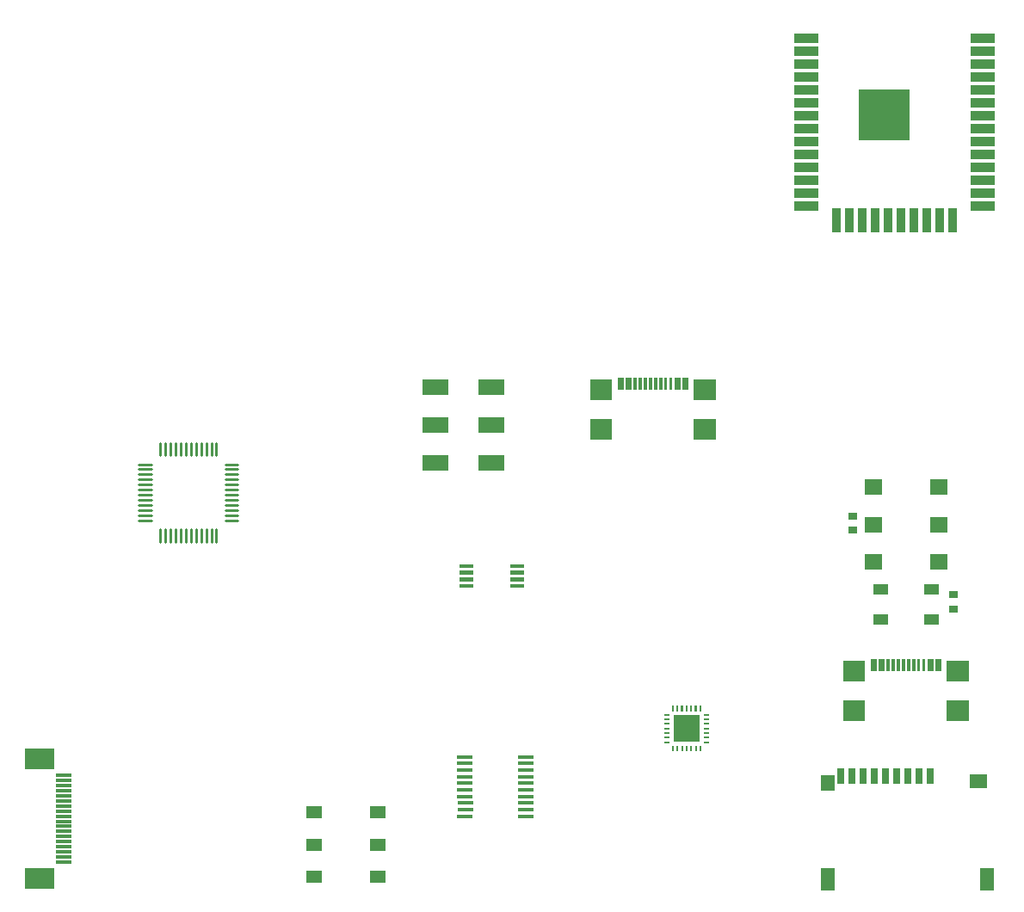
<source format=gtp>
G04 Layer: TopPasteMaskLayer*
G04 EasyEDA v6.5.1, 2022-03-29 23:29:47*
G04 6fa140fc38934b6497cce4c8c0035c65,6efad7caf7c64316809b4ed48508c700,10*
G04 Gerber Generator version 0.2*
G04 Scale: 100 percent, Rotated: No, Reflected: No *
G04 Dimensions in millimeters *
G04 leading zeros omitted , absolute positions ,4 integer and 5 decimal *
%FSLAX45Y45*%
%MOMM*%

%ADD13C,0.2700*%
%ADD16R,0.9000X0.8000*%
%ADD18R,1.8000X1.5000*%
%ADD22R,1.5000X1.2500*%
%ADD23R,0.7010X1.6002*%
%ADD24R,1.3995X1.6002*%
%ADD25R,1.3995X2.1996*%
%ADD26R,1.8009X1.3995*%
%ADD27R,2.6000X1.5000*%
%ADD28R,1.5000X0.3000*%
%ADD29R,3.0000X2.0000*%
%ADD31R,0.2000X0.6000*%
%ADD32R,0.6000X0.2000*%
%ADD35R,0.9000X2.4000*%
%ADD37R,1.4935X0.4000*%

%LPD*%
D13*
X1490294Y-6116594D02*
G01*
X1490294Y-6239593D01*
X1540306Y-6116594D02*
G01*
X1540306Y-6239593D01*
X1590294Y-6116594D02*
G01*
X1590294Y-6239593D01*
X1640306Y-6116594D02*
G01*
X1640306Y-6239593D01*
X1690293Y-6116594D02*
G01*
X1690293Y-6239593D01*
X1740306Y-6116594D02*
G01*
X1740306Y-6239593D01*
X1790293Y-6116594D02*
G01*
X1790293Y-6239593D01*
X1840306Y-6116594D02*
G01*
X1840306Y-6239593D01*
X1890293Y-6116594D02*
G01*
X1890293Y-6239593D01*
X1940306Y-6116594D02*
G01*
X1940306Y-6239593D01*
X1990293Y-6116594D02*
G01*
X1990293Y-6239593D01*
X2040305Y-6116594D02*
G01*
X2040305Y-6239593D01*
X2128794Y-6028105D02*
G01*
X2251793Y-6028105D01*
X2128794Y-5978093D02*
G01*
X2251793Y-5978093D01*
X2128794Y-5928105D02*
G01*
X2251793Y-5928105D01*
X2128794Y-5878093D02*
G01*
X2251793Y-5878093D01*
X2128794Y-5828106D02*
G01*
X2251793Y-5828106D01*
X2128794Y-5778093D02*
G01*
X2251793Y-5778093D01*
X2128794Y-5728106D02*
G01*
X2251793Y-5728106D01*
X2128794Y-5678093D02*
G01*
X2251793Y-5678093D01*
X2128794Y-5628106D02*
G01*
X2251793Y-5628106D01*
X2128794Y-5578094D02*
G01*
X2251793Y-5578094D01*
X2128794Y-5528106D02*
G01*
X2251793Y-5528106D01*
X2128794Y-5478094D02*
G01*
X2251793Y-5478094D01*
X2040305Y-5266608D02*
G01*
X2040305Y-5389608D01*
X1990293Y-5266608D02*
G01*
X1990293Y-5389608D01*
X1940306Y-5266608D02*
G01*
X1940306Y-5389608D01*
X1890293Y-5266608D02*
G01*
X1890293Y-5389608D01*
X1840306Y-5266608D02*
G01*
X1840306Y-5389608D01*
X1790293Y-5266608D02*
G01*
X1790293Y-5389608D01*
X1740306Y-5266608D02*
G01*
X1740306Y-5389608D01*
X1690293Y-5266608D02*
G01*
X1690293Y-5389608D01*
X1640306Y-5266608D02*
G01*
X1640306Y-5389608D01*
X1590294Y-5266608D02*
G01*
X1590294Y-5389608D01*
X1540306Y-5266608D02*
G01*
X1540306Y-5389608D01*
X1490294Y-5266608D02*
G01*
X1490294Y-5389608D01*
X1278808Y-5478094D02*
G01*
X1401808Y-5478094D01*
X1278808Y-5528106D02*
G01*
X1401808Y-5528106D01*
X1278808Y-5578094D02*
G01*
X1401808Y-5578094D01*
X1278808Y-5628106D02*
G01*
X1401808Y-5628106D01*
X1278808Y-5678093D02*
G01*
X1401808Y-5678093D01*
X1278808Y-5728106D02*
G01*
X1401808Y-5728106D01*
X1278808Y-5778093D02*
G01*
X1401808Y-5778093D01*
X1278808Y-5828106D02*
G01*
X1401808Y-5828106D01*
X1278808Y-5878093D02*
G01*
X1401808Y-5878093D01*
X1278808Y-5928105D02*
G01*
X1401808Y-5928105D01*
X1278808Y-5978093D02*
G01*
X1401808Y-5978093D01*
X1278808Y-6028105D02*
G01*
X1401808Y-6028105D01*
D16*
G01*
X8305698Y-6127978D03*
G01*
X8305698Y-5987973D03*
G36*
X8501448Y-6658068D02*
G01*
X8651308Y-6658068D01*
X8651308Y-6757890D01*
X8501448Y-6757890D01*
G37*
G36*
X8501448Y-6958042D02*
G01*
X8651308Y-6958042D01*
X8651308Y-7057864D01*
X8501448Y-7057864D01*
G37*
G36*
X9001320Y-6958042D02*
G01*
X9151434Y-6958042D01*
X9151434Y-7057864D01*
X9001320Y-7057864D01*
G37*
G36*
X9001320Y-6658068D02*
G01*
X9151434Y-6658068D01*
X9151434Y-6757890D01*
X9001320Y-6757890D01*
G37*
D18*
G01*
X9146387Y-5700598D03*
G01*
X9146387Y-6070600D03*
G01*
X9146387Y-6440601D03*
G01*
X8506409Y-5700598D03*
G01*
X8506409Y-6070600D03*
G01*
X8506409Y-6440601D03*
G36*
X9228399Y-7412400D02*
G01*
X9446397Y-7412400D01*
X9446397Y-7612400D01*
X9228399Y-7612400D01*
G37*
G36*
X8206399Y-7412398D02*
G01*
X8424397Y-7412398D01*
X8424397Y-7612400D01*
X8206399Y-7612400D01*
G37*
G36*
X9228399Y-7805394D02*
G01*
X9446397Y-7805394D01*
X9446397Y-8005396D01*
X9228399Y-8005396D01*
G37*
G36*
X8206397Y-7805404D02*
G01*
X8424397Y-7805404D01*
X8424397Y-8005399D01*
X8206397Y-8005399D01*
G37*
G36*
X8476399Y-7397399D02*
G01*
X8536398Y-7397399D01*
X8536398Y-7512400D01*
X8476399Y-7512400D01*
G37*
G36*
X8556398Y-7397399D02*
G01*
X8616398Y-7397399D01*
X8616398Y-7512400D01*
X8556398Y-7512400D01*
G37*
G36*
X9036397Y-7397399D02*
G01*
X9096397Y-7397399D01*
X9096397Y-7512400D01*
X9036397Y-7512400D01*
G37*
G36*
X9116397Y-7397399D02*
G01*
X9176397Y-7397399D01*
X9176397Y-7512400D01*
X9116397Y-7512400D01*
G37*
G36*
X8986398Y-7397402D02*
G01*
X9016400Y-7397402D01*
X9016400Y-7512400D01*
X8986398Y-7512400D01*
G37*
G36*
X8686396Y-7397399D02*
G01*
X8716398Y-7397399D01*
X8716398Y-7512400D01*
X8686396Y-7512400D01*
G37*
G36*
X8936398Y-7397399D02*
G01*
X8966400Y-7397399D01*
X8966400Y-7512400D01*
X8936398Y-7512400D01*
G37*
G36*
X8636396Y-7397399D02*
G01*
X8666398Y-7397399D01*
X8666398Y-7512400D01*
X8636396Y-7512400D01*
G37*
G36*
X8736396Y-7397399D02*
G01*
X8766398Y-7397399D01*
X8766398Y-7512400D01*
X8736396Y-7512400D01*
G37*
G36*
X8886398Y-7397399D02*
G01*
X8916400Y-7397399D01*
X8916400Y-7512400D01*
X8886398Y-7512400D01*
G37*
G36*
X8786395Y-7397399D02*
G01*
X8816398Y-7397399D01*
X8816398Y-7512400D01*
X8786395Y-7512400D01*
G37*
G36*
X8836398Y-7397399D02*
G01*
X8866400Y-7397399D01*
X8866400Y-7512400D01*
X8836398Y-7512400D01*
G37*
D16*
G01*
X9296400Y-6762597D03*
G01*
X9296400Y-6902602D03*
D22*
G01*
X3004311Y-9540747D03*
G01*
X3005074Y-8899652D03*
G01*
X3005074Y-9219692D03*
G01*
X3624325Y-9540747D03*
G01*
X3625088Y-8899652D03*
G01*
X3625088Y-9219692D03*
D23*
G01*
X9065259Y-8549639D03*
G01*
X8953500Y-8549639D03*
G01*
X8844279Y-8549639D03*
G01*
X8735059Y-8549639D03*
G01*
X8623300Y-8549639D03*
G01*
X8514079Y-8549639D03*
G01*
X8404859Y-8549639D03*
G01*
X8293100Y-8549639D03*
G01*
X8183879Y-8549639D03*
D24*
G01*
X8054340Y-8610600D03*
D25*
G01*
X8054340Y-9560560D03*
D26*
G01*
X9535159Y-8600439D03*
D25*
G01*
X9624059Y-9560560D03*
D27*
G01*
X4195394Y-5462701D03*
G01*
X4195394Y-5092700D03*
G01*
X4195394Y-4722698D03*
G01*
X4745405Y-5462701D03*
G01*
X4745405Y-5092700D03*
G01*
X4745405Y-4722698D03*
D28*
G01*
X536625Y-9391218D03*
G01*
X536625Y-9341205D03*
G01*
X536625Y-9291218D03*
G01*
X536625Y-9241205D03*
G01*
X536625Y-9191218D03*
G01*
X536625Y-9141205D03*
G01*
X536625Y-9091218D03*
G01*
X536625Y-9041206D03*
G01*
X536625Y-8991193D03*
G01*
X536625Y-8941206D03*
G01*
X536625Y-8891193D03*
G01*
X536625Y-8841181D03*
G01*
X536625Y-8791168D03*
G01*
X536625Y-8741181D03*
G01*
X536625Y-8691168D03*
G01*
X536625Y-8641206D03*
D29*
G01*
X301574Y-9556216D03*
G01*
X301574Y-8376208D03*
D28*
G01*
X536625Y-8591194D03*
G01*
X536625Y-8541207D03*
G36*
X6739300Y-4643800D02*
G01*
X6957298Y-4643800D01*
X6957298Y-4843800D01*
X6739300Y-4843800D01*
G37*
G36*
X5717301Y-4643798D02*
G01*
X5935299Y-4643798D01*
X5935299Y-4843800D01*
X5717301Y-4843800D01*
G37*
G36*
X6739300Y-5036794D02*
G01*
X6957298Y-5036794D01*
X6957298Y-5236796D01*
X6739300Y-5236796D01*
G37*
G36*
X5717298Y-5036804D02*
G01*
X5935299Y-5036804D01*
X5935299Y-5236799D01*
X5717298Y-5236799D01*
G37*
G36*
X5987300Y-4628799D02*
G01*
X6047300Y-4628799D01*
X6047300Y-4743800D01*
X5987300Y-4743800D01*
G37*
G36*
X6067300Y-4628799D02*
G01*
X6127300Y-4628799D01*
X6127300Y-4743800D01*
X6067300Y-4743800D01*
G37*
G36*
X6547299Y-4628799D02*
G01*
X6607299Y-4628799D01*
X6607299Y-4743800D01*
X6547299Y-4743800D01*
G37*
G36*
X6627299Y-4628799D02*
G01*
X6687299Y-4628799D01*
X6687299Y-4743800D01*
X6627299Y-4743800D01*
G37*
G36*
X6497299Y-4628802D02*
G01*
X6527302Y-4628802D01*
X6527302Y-4743800D01*
X6497299Y-4743800D01*
G37*
G36*
X6197297Y-4628799D02*
G01*
X6227300Y-4628799D01*
X6227300Y-4743800D01*
X6197297Y-4743800D01*
G37*
G36*
X6447299Y-4628799D02*
G01*
X6477302Y-4628799D01*
X6477302Y-4743800D01*
X6447299Y-4743800D01*
G37*
G36*
X6147297Y-4628799D02*
G01*
X6177300Y-4628799D01*
X6177300Y-4743800D01*
X6147297Y-4743800D01*
G37*
G36*
X6247297Y-4628799D02*
G01*
X6277300Y-4628799D01*
X6277300Y-4743800D01*
X6247297Y-4743800D01*
G37*
G36*
X6397299Y-4628799D02*
G01*
X6427302Y-4628799D01*
X6427302Y-4743800D01*
X6397299Y-4743800D01*
G37*
G36*
X6297297Y-4628799D02*
G01*
X6327300Y-4628799D01*
X6327300Y-4743800D01*
X6297297Y-4743800D01*
G37*
G36*
X6347299Y-4628799D02*
G01*
X6377302Y-4628799D01*
X6377302Y-4743800D01*
X6347299Y-4743800D01*
G37*
G36*
X4429759Y-6460779D02*
G01*
X4569459Y-6460779D01*
X4569459Y-6501419D01*
X4429759Y-6501419D01*
G37*
G36*
X4429759Y-6525778D02*
G01*
X4569459Y-6525778D01*
X4569459Y-6566418D01*
X4429759Y-6566418D01*
G37*
G36*
X4429759Y-6590779D02*
G01*
X4569459Y-6590779D01*
X4569459Y-6631419D01*
X4429759Y-6631419D01*
G37*
G36*
X4429759Y-6655780D02*
G01*
X4569459Y-6655780D01*
X4569459Y-6696420D01*
X4429759Y-6696420D01*
G37*
G36*
X4930140Y-6655777D02*
G01*
X5069840Y-6655777D01*
X5069840Y-6696417D01*
X4930140Y-6696417D01*
G37*
G36*
X4930140Y-6590779D02*
G01*
X5069840Y-6590779D01*
X5069840Y-6631419D01*
X4930140Y-6631419D01*
G37*
G36*
X4930140Y-6525778D02*
G01*
X5069840Y-6525778D01*
X5069840Y-6566418D01*
X4930140Y-6566418D01*
G37*
G36*
X4930140Y-6460779D02*
G01*
X5069840Y-6460779D01*
X5069840Y-6501419D01*
X4930140Y-6501419D01*
G37*
G36*
X6657500Y-7852199D02*
G01*
X6677499Y-7852199D01*
X6677499Y-7912201D01*
X6657500Y-7912201D01*
G37*
G36*
X6612498Y-7852199D02*
G01*
X6632498Y-7852199D01*
X6632498Y-7912201D01*
X6612498Y-7912201D01*
G37*
G36*
X6567500Y-7852199D02*
G01*
X6587500Y-7852199D01*
X6587500Y-7912201D01*
X6567500Y-7912201D01*
G37*
G36*
X6522499Y-7852199D02*
G01*
X6542498Y-7852199D01*
X6542498Y-7912201D01*
X6522499Y-7912201D01*
G37*
G36*
X6702501Y-7852199D02*
G01*
X6722501Y-7852199D01*
X6722501Y-7912201D01*
X6702501Y-7912201D01*
G37*
G36*
X6747499Y-7852199D02*
G01*
X6767499Y-7852199D01*
X6767499Y-7912201D01*
X6747499Y-7912201D01*
G37*
G36*
X6792501Y-7852199D02*
G01*
X6812500Y-7852199D01*
X6812500Y-7912201D01*
X6792501Y-7912201D01*
G37*
D32*
G01*
X6472504Y-7942198D03*
G01*
X6472504Y-7987207D03*
G01*
X6472504Y-8032191D03*
G01*
X6472504Y-8077200D03*
G01*
X6472504Y-8122208D03*
G01*
X6472504Y-8167192D03*
G01*
X6472504Y-8212201D03*
D31*
G01*
X6532499Y-8272195D03*
G01*
X6577507Y-8272195D03*
G01*
X6622491Y-8272195D03*
G01*
X6667500Y-8272195D03*
G01*
X6712508Y-8272195D03*
G01*
X6757492Y-8272195D03*
G01*
X6802500Y-8272195D03*
D32*
G01*
X6862495Y-8212201D03*
G01*
X6862495Y-8167192D03*
G01*
X6862495Y-8122208D03*
G01*
X6862495Y-8077200D03*
G01*
X6862495Y-8032191D03*
G01*
X6862495Y-7987207D03*
G01*
X6862495Y-7942198D03*
G36*
X6537474Y-7949181D02*
G01*
X6797474Y-7949181D01*
X6797474Y-8209180D01*
X6537474Y-8209180D01*
G37*
G36*
X7722214Y-1242890D02*
G01*
X7962214Y-1242890D01*
X7962214Y-1332887D01*
X7722214Y-1332887D01*
G37*
G36*
X7722214Y-1369890D02*
G01*
X7962214Y-1369890D01*
X7962214Y-1459887D01*
X7722214Y-1459887D01*
G37*
G36*
X7722214Y-1496890D02*
G01*
X7962214Y-1496890D01*
X7962214Y-1586887D01*
X7722214Y-1586887D01*
G37*
G36*
X7722214Y-1623890D02*
G01*
X7962214Y-1623890D01*
X7962214Y-1713887D01*
X7722214Y-1713887D01*
G37*
G36*
X7722214Y-1750890D02*
G01*
X7962214Y-1750890D01*
X7962214Y-1840887D01*
X7722214Y-1840887D01*
G37*
G36*
X7722214Y-1877890D02*
G01*
X7962214Y-1877890D01*
X7962214Y-1967887D01*
X7722214Y-1967887D01*
G37*
G36*
X7722214Y-2004890D02*
G01*
X7962214Y-2004890D01*
X7962214Y-2094887D01*
X7722214Y-2094887D01*
G37*
G36*
X7722214Y-2131890D02*
G01*
X7962214Y-2131890D01*
X7962214Y-2221887D01*
X7722214Y-2221887D01*
G37*
G36*
X7722214Y-2258890D02*
G01*
X7962214Y-2258890D01*
X7962214Y-2348887D01*
X7722214Y-2348887D01*
G37*
G36*
X7722214Y-2385890D02*
G01*
X7962214Y-2385890D01*
X7962214Y-2475887D01*
X7722214Y-2475887D01*
G37*
G36*
X7722214Y-2512890D02*
G01*
X7962214Y-2512890D01*
X7962214Y-2602887D01*
X7722214Y-2602887D01*
G37*
G36*
X7722214Y-2639890D02*
G01*
X7962214Y-2639890D01*
X7962214Y-2729887D01*
X7722214Y-2729887D01*
G37*
G36*
X7722214Y-2766890D02*
G01*
X7962214Y-2766890D01*
X7962214Y-2856887D01*
X7722214Y-2856887D01*
G37*
G36*
X7722214Y-2893890D02*
G01*
X7962214Y-2893890D01*
X7962214Y-2983887D01*
X7722214Y-2983887D01*
G37*
D35*
G01*
X8140700Y-3080918D03*
G01*
X8267700Y-3080918D03*
G01*
X8394700Y-3080918D03*
G01*
X8521700Y-3080918D03*
G01*
X8648700Y-3080918D03*
G01*
X8775700Y-3080893D03*
G01*
X8902700Y-3080893D03*
G01*
X9029700Y-3080893D03*
G01*
X9156700Y-3080893D03*
G01*
X9283700Y-3080893D03*
G36*
X9462185Y-2893890D02*
G01*
X9702185Y-2893890D01*
X9702185Y-2983887D01*
X9462185Y-2983887D01*
G37*
G36*
X9462185Y-2766890D02*
G01*
X9702185Y-2766890D01*
X9702185Y-2856887D01*
X9462185Y-2856887D01*
G37*
G36*
X9462185Y-2639890D02*
G01*
X9702185Y-2639890D01*
X9702185Y-2729887D01*
X9462185Y-2729887D01*
G37*
G36*
X9462185Y-2512890D02*
G01*
X9702185Y-2512890D01*
X9702185Y-2602887D01*
X9462185Y-2602887D01*
G37*
G36*
X9462185Y-2385890D02*
G01*
X9702185Y-2385890D01*
X9702185Y-2475887D01*
X9462185Y-2475887D01*
G37*
G36*
X9462185Y-2258890D02*
G01*
X9702185Y-2258890D01*
X9702185Y-2348887D01*
X9462185Y-2348887D01*
G37*
G36*
X9462185Y-2131890D02*
G01*
X9702185Y-2131890D01*
X9702185Y-2221887D01*
X9462185Y-2221887D01*
G37*
G36*
X9462185Y-2004890D02*
G01*
X9702185Y-2004890D01*
X9702185Y-2094887D01*
X9462185Y-2094887D01*
G37*
G36*
X9462185Y-1877890D02*
G01*
X9702185Y-1877890D01*
X9702185Y-1967887D01*
X9462185Y-1967887D01*
G37*
G36*
X9462185Y-1750890D02*
G01*
X9702185Y-1750890D01*
X9702185Y-1840887D01*
X9462185Y-1840887D01*
G37*
G36*
X9462185Y-1623890D02*
G01*
X9702185Y-1623890D01*
X9702185Y-1713887D01*
X9462185Y-1713887D01*
G37*
G36*
X9462185Y-1496890D02*
G01*
X9702185Y-1496890D01*
X9702185Y-1586887D01*
X9462185Y-1586887D01*
G37*
G36*
X9462185Y-1369890D02*
G01*
X9702185Y-1369890D01*
X9702185Y-1459887D01*
X9462185Y-1459887D01*
G37*
G36*
X9462185Y-1242890D02*
G01*
X9702185Y-1242890D01*
X9702185Y-1332887D01*
X9462185Y-1332887D01*
G37*
G36*
X8360498Y-1792190D02*
G01*
X8860500Y-1792190D01*
X8860500Y-2292189D01*
X8360498Y-2292189D01*
G37*
D37*
G01*
X5088000Y-8681212D03*
G01*
X5088000Y-8616340D03*
G01*
X5088000Y-8551214D03*
G01*
X5088000Y-8486216D03*
G01*
X4488306Y-8876182D03*
G01*
X5088000Y-8876207D03*
G01*
X5088000Y-8811209D03*
G01*
X5088000Y-8746210D03*
G01*
X4487773Y-8421217D03*
G01*
X4487773Y-8486216D03*
G01*
X4487773Y-8551214D03*
G01*
X4487773Y-8616213D03*
G01*
X4487773Y-8681212D03*
G01*
X4487773Y-8746210D03*
G01*
X5088000Y-8421217D03*
G01*
X4488306Y-8811209D03*
G01*
X5088026Y-8941206D03*
G01*
X5088000Y-8356219D03*
G01*
X4487773Y-8356219D03*
G01*
X4487773Y-8941206D03*
M02*

</source>
